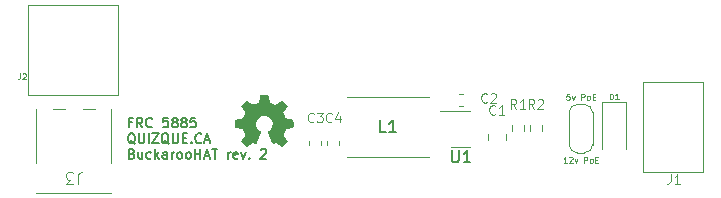
<source format=gbr>
%TF.GenerationSoftware,KiCad,Pcbnew,7.0.1*%
%TF.CreationDate,2023-04-12T12:59:01-04:00*%
%TF.ProjectId,BuckarooHAT,4275636b-6172-46f6-9f48-41542e6b6963,rev?*%
%TF.SameCoordinates,Original*%
%TF.FileFunction,Legend,Top*%
%TF.FilePolarity,Positive*%
%FSLAX46Y46*%
G04 Gerber Fmt 4.6, Leading zero omitted, Abs format (unit mm)*
G04 Created by KiCad (PCBNEW 7.0.1) date 2023-04-12 12:59:01*
%MOMM*%
%LPD*%
G01*
G04 APERTURE LIST*
%ADD10C,0.152400*%
%ADD11C,0.100000*%
%ADD12C,0.150000*%
%ADD13C,0.125000*%
%ADD14C,0.120000*%
G04 APERTURE END LIST*
D10*
X113494457Y-80534304D02*
X113223523Y-80534304D01*
X113223523Y-80960056D02*
X113223523Y-80147256D01*
X113223523Y-80147256D02*
X113610571Y-80147256D01*
X114384666Y-80960056D02*
X114113733Y-80573009D01*
X113920209Y-80960056D02*
X113920209Y-80147256D01*
X113920209Y-80147256D02*
X114229847Y-80147256D01*
X114229847Y-80147256D02*
X114307257Y-80185961D01*
X114307257Y-80185961D02*
X114345962Y-80224666D01*
X114345962Y-80224666D02*
X114384666Y-80302075D01*
X114384666Y-80302075D02*
X114384666Y-80418190D01*
X114384666Y-80418190D02*
X114345962Y-80495599D01*
X114345962Y-80495599D02*
X114307257Y-80534304D01*
X114307257Y-80534304D02*
X114229847Y-80573009D01*
X114229847Y-80573009D02*
X113920209Y-80573009D01*
X115197466Y-80882647D02*
X115158762Y-80921352D01*
X115158762Y-80921352D02*
X115042647Y-80960056D01*
X115042647Y-80960056D02*
X114965238Y-80960056D01*
X114965238Y-80960056D02*
X114849124Y-80921352D01*
X114849124Y-80921352D02*
X114771714Y-80843942D01*
X114771714Y-80843942D02*
X114733009Y-80766532D01*
X114733009Y-80766532D02*
X114694305Y-80611713D01*
X114694305Y-80611713D02*
X114694305Y-80495599D01*
X114694305Y-80495599D02*
X114733009Y-80340780D01*
X114733009Y-80340780D02*
X114771714Y-80263371D01*
X114771714Y-80263371D02*
X114849124Y-80185961D01*
X114849124Y-80185961D02*
X114965238Y-80147256D01*
X114965238Y-80147256D02*
X115042647Y-80147256D01*
X115042647Y-80147256D02*
X115158762Y-80185961D01*
X115158762Y-80185961D02*
X115197466Y-80224666D01*
X116552133Y-80147256D02*
X116165085Y-80147256D01*
X116165085Y-80147256D02*
X116126381Y-80534304D01*
X116126381Y-80534304D02*
X116165085Y-80495599D01*
X116165085Y-80495599D02*
X116242495Y-80456894D01*
X116242495Y-80456894D02*
X116436019Y-80456894D01*
X116436019Y-80456894D02*
X116513428Y-80495599D01*
X116513428Y-80495599D02*
X116552133Y-80534304D01*
X116552133Y-80534304D02*
X116590838Y-80611713D01*
X116590838Y-80611713D02*
X116590838Y-80805237D01*
X116590838Y-80805237D02*
X116552133Y-80882647D01*
X116552133Y-80882647D02*
X116513428Y-80921352D01*
X116513428Y-80921352D02*
X116436019Y-80960056D01*
X116436019Y-80960056D02*
X116242495Y-80960056D01*
X116242495Y-80960056D02*
X116165085Y-80921352D01*
X116165085Y-80921352D02*
X116126381Y-80882647D01*
X117055295Y-80495599D02*
X116977885Y-80456894D01*
X116977885Y-80456894D02*
X116939180Y-80418190D01*
X116939180Y-80418190D02*
X116900476Y-80340780D01*
X116900476Y-80340780D02*
X116900476Y-80302075D01*
X116900476Y-80302075D02*
X116939180Y-80224666D01*
X116939180Y-80224666D02*
X116977885Y-80185961D01*
X116977885Y-80185961D02*
X117055295Y-80147256D01*
X117055295Y-80147256D02*
X117210114Y-80147256D01*
X117210114Y-80147256D02*
X117287523Y-80185961D01*
X117287523Y-80185961D02*
X117326228Y-80224666D01*
X117326228Y-80224666D02*
X117364933Y-80302075D01*
X117364933Y-80302075D02*
X117364933Y-80340780D01*
X117364933Y-80340780D02*
X117326228Y-80418190D01*
X117326228Y-80418190D02*
X117287523Y-80456894D01*
X117287523Y-80456894D02*
X117210114Y-80495599D01*
X117210114Y-80495599D02*
X117055295Y-80495599D01*
X117055295Y-80495599D02*
X116977885Y-80534304D01*
X116977885Y-80534304D02*
X116939180Y-80573009D01*
X116939180Y-80573009D02*
X116900476Y-80650418D01*
X116900476Y-80650418D02*
X116900476Y-80805237D01*
X116900476Y-80805237D02*
X116939180Y-80882647D01*
X116939180Y-80882647D02*
X116977885Y-80921352D01*
X116977885Y-80921352D02*
X117055295Y-80960056D01*
X117055295Y-80960056D02*
X117210114Y-80960056D01*
X117210114Y-80960056D02*
X117287523Y-80921352D01*
X117287523Y-80921352D02*
X117326228Y-80882647D01*
X117326228Y-80882647D02*
X117364933Y-80805237D01*
X117364933Y-80805237D02*
X117364933Y-80650418D01*
X117364933Y-80650418D02*
X117326228Y-80573009D01*
X117326228Y-80573009D02*
X117287523Y-80534304D01*
X117287523Y-80534304D02*
X117210114Y-80495599D01*
X117829390Y-80495599D02*
X117751980Y-80456894D01*
X117751980Y-80456894D02*
X117713275Y-80418190D01*
X117713275Y-80418190D02*
X117674571Y-80340780D01*
X117674571Y-80340780D02*
X117674571Y-80302075D01*
X117674571Y-80302075D02*
X117713275Y-80224666D01*
X117713275Y-80224666D02*
X117751980Y-80185961D01*
X117751980Y-80185961D02*
X117829390Y-80147256D01*
X117829390Y-80147256D02*
X117984209Y-80147256D01*
X117984209Y-80147256D02*
X118061618Y-80185961D01*
X118061618Y-80185961D02*
X118100323Y-80224666D01*
X118100323Y-80224666D02*
X118139028Y-80302075D01*
X118139028Y-80302075D02*
X118139028Y-80340780D01*
X118139028Y-80340780D02*
X118100323Y-80418190D01*
X118100323Y-80418190D02*
X118061618Y-80456894D01*
X118061618Y-80456894D02*
X117984209Y-80495599D01*
X117984209Y-80495599D02*
X117829390Y-80495599D01*
X117829390Y-80495599D02*
X117751980Y-80534304D01*
X117751980Y-80534304D02*
X117713275Y-80573009D01*
X117713275Y-80573009D02*
X117674571Y-80650418D01*
X117674571Y-80650418D02*
X117674571Y-80805237D01*
X117674571Y-80805237D02*
X117713275Y-80882647D01*
X117713275Y-80882647D02*
X117751980Y-80921352D01*
X117751980Y-80921352D02*
X117829390Y-80960056D01*
X117829390Y-80960056D02*
X117984209Y-80960056D01*
X117984209Y-80960056D02*
X118061618Y-80921352D01*
X118061618Y-80921352D02*
X118100323Y-80882647D01*
X118100323Y-80882647D02*
X118139028Y-80805237D01*
X118139028Y-80805237D02*
X118139028Y-80650418D01*
X118139028Y-80650418D02*
X118100323Y-80573009D01*
X118100323Y-80573009D02*
X118061618Y-80534304D01*
X118061618Y-80534304D02*
X117984209Y-80495599D01*
X118874418Y-80147256D02*
X118487370Y-80147256D01*
X118487370Y-80147256D02*
X118448666Y-80534304D01*
X118448666Y-80534304D02*
X118487370Y-80495599D01*
X118487370Y-80495599D02*
X118564780Y-80456894D01*
X118564780Y-80456894D02*
X118758304Y-80456894D01*
X118758304Y-80456894D02*
X118835713Y-80495599D01*
X118835713Y-80495599D02*
X118874418Y-80534304D01*
X118874418Y-80534304D02*
X118913123Y-80611713D01*
X118913123Y-80611713D02*
X118913123Y-80805237D01*
X118913123Y-80805237D02*
X118874418Y-80882647D01*
X118874418Y-80882647D02*
X118835713Y-80921352D01*
X118835713Y-80921352D02*
X118758304Y-80960056D01*
X118758304Y-80960056D02*
X118564780Y-80960056D01*
X118564780Y-80960056D02*
X118487370Y-80921352D01*
X118487370Y-80921352D02*
X118448666Y-80882647D01*
X113765390Y-82354202D02*
X113687980Y-82315497D01*
X113687980Y-82315497D02*
X113610571Y-82238088D01*
X113610571Y-82238088D02*
X113494457Y-82121973D01*
X113494457Y-82121973D02*
X113417047Y-82083268D01*
X113417047Y-82083268D02*
X113339638Y-82083268D01*
X113378342Y-82276792D02*
X113300933Y-82238088D01*
X113300933Y-82238088D02*
X113223523Y-82160678D01*
X113223523Y-82160678D02*
X113184819Y-82005859D01*
X113184819Y-82005859D02*
X113184819Y-81734926D01*
X113184819Y-81734926D02*
X113223523Y-81580107D01*
X113223523Y-81580107D02*
X113300933Y-81502697D01*
X113300933Y-81502697D02*
X113378342Y-81463992D01*
X113378342Y-81463992D02*
X113533161Y-81463992D01*
X113533161Y-81463992D02*
X113610571Y-81502697D01*
X113610571Y-81502697D02*
X113687980Y-81580107D01*
X113687980Y-81580107D02*
X113726685Y-81734926D01*
X113726685Y-81734926D02*
X113726685Y-82005859D01*
X113726685Y-82005859D02*
X113687980Y-82160678D01*
X113687980Y-82160678D02*
X113610571Y-82238088D01*
X113610571Y-82238088D02*
X113533161Y-82276792D01*
X113533161Y-82276792D02*
X113378342Y-82276792D01*
X114075028Y-81463992D02*
X114075028Y-82121973D01*
X114075028Y-82121973D02*
X114113733Y-82199383D01*
X114113733Y-82199383D02*
X114152438Y-82238088D01*
X114152438Y-82238088D02*
X114229847Y-82276792D01*
X114229847Y-82276792D02*
X114384666Y-82276792D01*
X114384666Y-82276792D02*
X114462076Y-82238088D01*
X114462076Y-82238088D02*
X114500781Y-82199383D01*
X114500781Y-82199383D02*
X114539485Y-82121973D01*
X114539485Y-82121973D02*
X114539485Y-81463992D01*
X114926533Y-82276792D02*
X114926533Y-81463992D01*
X115236172Y-81463992D02*
X115778038Y-81463992D01*
X115778038Y-81463992D02*
X115236172Y-82276792D01*
X115236172Y-82276792D02*
X115778038Y-82276792D01*
X116629543Y-82354202D02*
X116552133Y-82315497D01*
X116552133Y-82315497D02*
X116474724Y-82238088D01*
X116474724Y-82238088D02*
X116358610Y-82121973D01*
X116358610Y-82121973D02*
X116281200Y-82083268D01*
X116281200Y-82083268D02*
X116203791Y-82083268D01*
X116242495Y-82276792D02*
X116165086Y-82238088D01*
X116165086Y-82238088D02*
X116087676Y-82160678D01*
X116087676Y-82160678D02*
X116048972Y-82005859D01*
X116048972Y-82005859D02*
X116048972Y-81734926D01*
X116048972Y-81734926D02*
X116087676Y-81580107D01*
X116087676Y-81580107D02*
X116165086Y-81502697D01*
X116165086Y-81502697D02*
X116242495Y-81463992D01*
X116242495Y-81463992D02*
X116397314Y-81463992D01*
X116397314Y-81463992D02*
X116474724Y-81502697D01*
X116474724Y-81502697D02*
X116552133Y-81580107D01*
X116552133Y-81580107D02*
X116590838Y-81734926D01*
X116590838Y-81734926D02*
X116590838Y-82005859D01*
X116590838Y-82005859D02*
X116552133Y-82160678D01*
X116552133Y-82160678D02*
X116474724Y-82238088D01*
X116474724Y-82238088D02*
X116397314Y-82276792D01*
X116397314Y-82276792D02*
X116242495Y-82276792D01*
X116939181Y-81463992D02*
X116939181Y-82121973D01*
X116939181Y-82121973D02*
X116977886Y-82199383D01*
X116977886Y-82199383D02*
X117016591Y-82238088D01*
X117016591Y-82238088D02*
X117094000Y-82276792D01*
X117094000Y-82276792D02*
X117248819Y-82276792D01*
X117248819Y-82276792D02*
X117326229Y-82238088D01*
X117326229Y-82238088D02*
X117364934Y-82199383D01*
X117364934Y-82199383D02*
X117403638Y-82121973D01*
X117403638Y-82121973D02*
X117403638Y-81463992D01*
X117790686Y-81851040D02*
X118061620Y-81851040D01*
X118177734Y-82276792D02*
X117790686Y-82276792D01*
X117790686Y-82276792D02*
X117790686Y-81463992D01*
X117790686Y-81463992D02*
X118177734Y-81463992D01*
X118526076Y-82199383D02*
X118564781Y-82238088D01*
X118564781Y-82238088D02*
X118526076Y-82276792D01*
X118526076Y-82276792D02*
X118487372Y-82238088D01*
X118487372Y-82238088D02*
X118526076Y-82199383D01*
X118526076Y-82199383D02*
X118526076Y-82276792D01*
X119377581Y-82199383D02*
X119338877Y-82238088D01*
X119338877Y-82238088D02*
X119222762Y-82276792D01*
X119222762Y-82276792D02*
X119145353Y-82276792D01*
X119145353Y-82276792D02*
X119029239Y-82238088D01*
X119029239Y-82238088D02*
X118951829Y-82160678D01*
X118951829Y-82160678D02*
X118913124Y-82083268D01*
X118913124Y-82083268D02*
X118874420Y-81928449D01*
X118874420Y-81928449D02*
X118874420Y-81812335D01*
X118874420Y-81812335D02*
X118913124Y-81657516D01*
X118913124Y-81657516D02*
X118951829Y-81580107D01*
X118951829Y-81580107D02*
X119029239Y-81502697D01*
X119029239Y-81502697D02*
X119145353Y-81463992D01*
X119145353Y-81463992D02*
X119222762Y-81463992D01*
X119222762Y-81463992D02*
X119338877Y-81502697D01*
X119338877Y-81502697D02*
X119377581Y-81541402D01*
X119687220Y-82044564D02*
X120074267Y-82044564D01*
X119609810Y-82276792D02*
X119880743Y-81463992D01*
X119880743Y-81463992D02*
X120151677Y-82276792D01*
X113494457Y-83167776D02*
X113610571Y-83206481D01*
X113610571Y-83206481D02*
X113649276Y-83245185D01*
X113649276Y-83245185D02*
X113687980Y-83322595D01*
X113687980Y-83322595D02*
X113687980Y-83438709D01*
X113687980Y-83438709D02*
X113649276Y-83516119D01*
X113649276Y-83516119D02*
X113610571Y-83554824D01*
X113610571Y-83554824D02*
X113533161Y-83593528D01*
X113533161Y-83593528D02*
X113223523Y-83593528D01*
X113223523Y-83593528D02*
X113223523Y-82780728D01*
X113223523Y-82780728D02*
X113494457Y-82780728D01*
X113494457Y-82780728D02*
X113571866Y-82819433D01*
X113571866Y-82819433D02*
X113610571Y-82858138D01*
X113610571Y-82858138D02*
X113649276Y-82935547D01*
X113649276Y-82935547D02*
X113649276Y-83012957D01*
X113649276Y-83012957D02*
X113610571Y-83090366D01*
X113610571Y-83090366D02*
X113571866Y-83129071D01*
X113571866Y-83129071D02*
X113494457Y-83167776D01*
X113494457Y-83167776D02*
X113223523Y-83167776D01*
X114384666Y-83051662D02*
X114384666Y-83593528D01*
X114036323Y-83051662D02*
X114036323Y-83477414D01*
X114036323Y-83477414D02*
X114075028Y-83554824D01*
X114075028Y-83554824D02*
X114152438Y-83593528D01*
X114152438Y-83593528D02*
X114268552Y-83593528D01*
X114268552Y-83593528D02*
X114345961Y-83554824D01*
X114345961Y-83554824D02*
X114384666Y-83516119D01*
X115120056Y-83554824D02*
X115042647Y-83593528D01*
X115042647Y-83593528D02*
X114887828Y-83593528D01*
X114887828Y-83593528D02*
X114810418Y-83554824D01*
X114810418Y-83554824D02*
X114771713Y-83516119D01*
X114771713Y-83516119D02*
X114733009Y-83438709D01*
X114733009Y-83438709D02*
X114733009Y-83206481D01*
X114733009Y-83206481D02*
X114771713Y-83129071D01*
X114771713Y-83129071D02*
X114810418Y-83090366D01*
X114810418Y-83090366D02*
X114887828Y-83051662D01*
X114887828Y-83051662D02*
X115042647Y-83051662D01*
X115042647Y-83051662D02*
X115120056Y-83090366D01*
X115468399Y-83593528D02*
X115468399Y-82780728D01*
X115545809Y-83283890D02*
X115778037Y-83593528D01*
X115778037Y-83051662D02*
X115468399Y-83361300D01*
X116474723Y-83593528D02*
X116474723Y-83167776D01*
X116474723Y-83167776D02*
X116436018Y-83090366D01*
X116436018Y-83090366D02*
X116358609Y-83051662D01*
X116358609Y-83051662D02*
X116203790Y-83051662D01*
X116203790Y-83051662D02*
X116126380Y-83090366D01*
X116474723Y-83554824D02*
X116397314Y-83593528D01*
X116397314Y-83593528D02*
X116203790Y-83593528D01*
X116203790Y-83593528D02*
X116126380Y-83554824D01*
X116126380Y-83554824D02*
X116087676Y-83477414D01*
X116087676Y-83477414D02*
X116087676Y-83400004D01*
X116087676Y-83400004D02*
X116126380Y-83322595D01*
X116126380Y-83322595D02*
X116203790Y-83283890D01*
X116203790Y-83283890D02*
X116397314Y-83283890D01*
X116397314Y-83283890D02*
X116474723Y-83245185D01*
X116861770Y-83593528D02*
X116861770Y-83051662D01*
X116861770Y-83206481D02*
X116900475Y-83129071D01*
X116900475Y-83129071D02*
X116939180Y-83090366D01*
X116939180Y-83090366D02*
X117016589Y-83051662D01*
X117016589Y-83051662D02*
X117093999Y-83051662D01*
X117481047Y-83593528D02*
X117403637Y-83554824D01*
X117403637Y-83554824D02*
X117364932Y-83516119D01*
X117364932Y-83516119D02*
X117326228Y-83438709D01*
X117326228Y-83438709D02*
X117326228Y-83206481D01*
X117326228Y-83206481D02*
X117364932Y-83129071D01*
X117364932Y-83129071D02*
X117403637Y-83090366D01*
X117403637Y-83090366D02*
X117481047Y-83051662D01*
X117481047Y-83051662D02*
X117597161Y-83051662D01*
X117597161Y-83051662D02*
X117674570Y-83090366D01*
X117674570Y-83090366D02*
X117713275Y-83129071D01*
X117713275Y-83129071D02*
X117751980Y-83206481D01*
X117751980Y-83206481D02*
X117751980Y-83438709D01*
X117751980Y-83438709D02*
X117713275Y-83516119D01*
X117713275Y-83516119D02*
X117674570Y-83554824D01*
X117674570Y-83554824D02*
X117597161Y-83593528D01*
X117597161Y-83593528D02*
X117481047Y-83593528D01*
X118216437Y-83593528D02*
X118139027Y-83554824D01*
X118139027Y-83554824D02*
X118100322Y-83516119D01*
X118100322Y-83516119D02*
X118061618Y-83438709D01*
X118061618Y-83438709D02*
X118061618Y-83206481D01*
X118061618Y-83206481D02*
X118100322Y-83129071D01*
X118100322Y-83129071D02*
X118139027Y-83090366D01*
X118139027Y-83090366D02*
X118216437Y-83051662D01*
X118216437Y-83051662D02*
X118332551Y-83051662D01*
X118332551Y-83051662D02*
X118409960Y-83090366D01*
X118409960Y-83090366D02*
X118448665Y-83129071D01*
X118448665Y-83129071D02*
X118487370Y-83206481D01*
X118487370Y-83206481D02*
X118487370Y-83438709D01*
X118487370Y-83438709D02*
X118448665Y-83516119D01*
X118448665Y-83516119D02*
X118409960Y-83554824D01*
X118409960Y-83554824D02*
X118332551Y-83593528D01*
X118332551Y-83593528D02*
X118216437Y-83593528D01*
X118835712Y-83593528D02*
X118835712Y-82780728D01*
X118835712Y-83167776D02*
X119300169Y-83167776D01*
X119300169Y-83593528D02*
X119300169Y-82780728D01*
X119648513Y-83361300D02*
X120035560Y-83361300D01*
X119571103Y-83593528D02*
X119842036Y-82780728D01*
X119842036Y-82780728D02*
X120112970Y-83593528D01*
X120267789Y-82780728D02*
X120732246Y-82780728D01*
X120500018Y-83593528D02*
X120500018Y-82780728D01*
X121622455Y-83593528D02*
X121622455Y-83051662D01*
X121622455Y-83206481D02*
X121661160Y-83129071D01*
X121661160Y-83129071D02*
X121699865Y-83090366D01*
X121699865Y-83090366D02*
X121777274Y-83051662D01*
X121777274Y-83051662D02*
X121854684Y-83051662D01*
X122435255Y-83554824D02*
X122357846Y-83593528D01*
X122357846Y-83593528D02*
X122203027Y-83593528D01*
X122203027Y-83593528D02*
X122125617Y-83554824D01*
X122125617Y-83554824D02*
X122086913Y-83477414D01*
X122086913Y-83477414D02*
X122086913Y-83167776D01*
X122086913Y-83167776D02*
X122125617Y-83090366D01*
X122125617Y-83090366D02*
X122203027Y-83051662D01*
X122203027Y-83051662D02*
X122357846Y-83051662D01*
X122357846Y-83051662D02*
X122435255Y-83090366D01*
X122435255Y-83090366D02*
X122473960Y-83167776D01*
X122473960Y-83167776D02*
X122473960Y-83245185D01*
X122473960Y-83245185D02*
X122086913Y-83322595D01*
X122744894Y-83051662D02*
X122938418Y-83593528D01*
X122938418Y-83593528D02*
X123131941Y-83051662D01*
X123441579Y-83516119D02*
X123480284Y-83554824D01*
X123480284Y-83554824D02*
X123441579Y-83593528D01*
X123441579Y-83593528D02*
X123402875Y-83554824D01*
X123402875Y-83554824D02*
X123441579Y-83516119D01*
X123441579Y-83516119D02*
X123441579Y-83593528D01*
X124409199Y-82858138D02*
X124447903Y-82819433D01*
X124447903Y-82819433D02*
X124525313Y-82780728D01*
X124525313Y-82780728D02*
X124718837Y-82780728D01*
X124718837Y-82780728D02*
X124796246Y-82819433D01*
X124796246Y-82819433D02*
X124834951Y-82858138D01*
X124834951Y-82858138D02*
X124873656Y-82935547D01*
X124873656Y-82935547D02*
X124873656Y-83012957D01*
X124873656Y-83012957D02*
X124834951Y-83129071D01*
X124834951Y-83129071D02*
X124370494Y-83593528D01*
X124370494Y-83593528D02*
X124873656Y-83593528D01*
D11*
%TO.C,J1*%
X159118333Y-84914095D02*
X159118333Y-85485523D01*
X159118333Y-85485523D02*
X159080238Y-85599809D01*
X159080238Y-85599809D02*
X159004047Y-85676000D01*
X159004047Y-85676000D02*
X158889762Y-85714095D01*
X158889762Y-85714095D02*
X158813571Y-85714095D01*
X159918333Y-85714095D02*
X159461190Y-85714095D01*
X159689762Y-85714095D02*
X159689762Y-84914095D01*
X159689762Y-84914095D02*
X159613571Y-85028380D01*
X159613571Y-85028380D02*
X159537381Y-85104571D01*
X159537381Y-85104571D02*
X159461190Y-85142666D01*
%TO.C,J2*%
X104024133Y-76388509D02*
X104024133Y-76745652D01*
X104024133Y-76745652D02*
X104000324Y-76817080D01*
X104000324Y-76817080D02*
X103952705Y-76864700D01*
X103952705Y-76864700D02*
X103881276Y-76888509D01*
X103881276Y-76888509D02*
X103833657Y-76888509D01*
X104238419Y-76436128D02*
X104262228Y-76412319D01*
X104262228Y-76412319D02*
X104309847Y-76388509D01*
X104309847Y-76388509D02*
X104428895Y-76388509D01*
X104428895Y-76388509D02*
X104476514Y-76412319D01*
X104476514Y-76412319D02*
X104500323Y-76436128D01*
X104500323Y-76436128D02*
X104524133Y-76483747D01*
X104524133Y-76483747D02*
X104524133Y-76531366D01*
X104524133Y-76531366D02*
X104500323Y-76602795D01*
X104500323Y-76602795D02*
X104214609Y-76888509D01*
X104214609Y-76888509D02*
X104524133Y-76888509D01*
D12*
%TO.C,U1*%
X140589095Y-82901619D02*
X140589095Y-83711142D01*
X140589095Y-83711142D02*
X140636714Y-83806380D01*
X140636714Y-83806380D02*
X140684333Y-83854000D01*
X140684333Y-83854000D02*
X140779571Y-83901619D01*
X140779571Y-83901619D02*
X140970047Y-83901619D01*
X140970047Y-83901619D02*
X141065285Y-83854000D01*
X141065285Y-83854000D02*
X141112904Y-83806380D01*
X141112904Y-83806380D02*
X141160523Y-83711142D01*
X141160523Y-83711142D02*
X141160523Y-82901619D01*
X142160523Y-83901619D02*
X141589095Y-83901619D01*
X141874809Y-83901619D02*
X141874809Y-82901619D01*
X141874809Y-82901619D02*
X141779571Y-83044476D01*
X141779571Y-83044476D02*
X141684333Y-83139714D01*
X141684333Y-83139714D02*
X141589095Y-83187333D01*
D13*
%TO.C,C4*%
X130422667Y-80430904D02*
X130384571Y-80469000D01*
X130384571Y-80469000D02*
X130270286Y-80507095D01*
X130270286Y-80507095D02*
X130194095Y-80507095D01*
X130194095Y-80507095D02*
X130079809Y-80469000D01*
X130079809Y-80469000D02*
X130003619Y-80392809D01*
X130003619Y-80392809D02*
X129965524Y-80316619D01*
X129965524Y-80316619D02*
X129927428Y-80164238D01*
X129927428Y-80164238D02*
X129927428Y-80049952D01*
X129927428Y-80049952D02*
X129965524Y-79897571D01*
X129965524Y-79897571D02*
X130003619Y-79821380D01*
X130003619Y-79821380D02*
X130079809Y-79745190D01*
X130079809Y-79745190D02*
X130194095Y-79707095D01*
X130194095Y-79707095D02*
X130270286Y-79707095D01*
X130270286Y-79707095D02*
X130384571Y-79745190D01*
X130384571Y-79745190D02*
X130422667Y-79783285D01*
X131108381Y-79973761D02*
X131108381Y-80507095D01*
X130917905Y-79669000D02*
X130727428Y-80240428D01*
X130727428Y-80240428D02*
X131222667Y-80240428D01*
%TO.C,C1*%
X144265667Y-79795904D02*
X144227571Y-79834000D01*
X144227571Y-79834000D02*
X144113286Y-79872095D01*
X144113286Y-79872095D02*
X144037095Y-79872095D01*
X144037095Y-79872095D02*
X143922809Y-79834000D01*
X143922809Y-79834000D02*
X143846619Y-79757809D01*
X143846619Y-79757809D02*
X143808524Y-79681619D01*
X143808524Y-79681619D02*
X143770428Y-79529238D01*
X143770428Y-79529238D02*
X143770428Y-79414952D01*
X143770428Y-79414952D02*
X143808524Y-79262571D01*
X143808524Y-79262571D02*
X143846619Y-79186380D01*
X143846619Y-79186380D02*
X143922809Y-79110190D01*
X143922809Y-79110190D02*
X144037095Y-79072095D01*
X144037095Y-79072095D02*
X144113286Y-79072095D01*
X144113286Y-79072095D02*
X144227571Y-79110190D01*
X144227571Y-79110190D02*
X144265667Y-79148285D01*
X145027571Y-79872095D02*
X144570428Y-79872095D01*
X144799000Y-79872095D02*
X144799000Y-79072095D01*
X144799000Y-79072095D02*
X144722809Y-79186380D01*
X144722809Y-79186380D02*
X144646619Y-79262571D01*
X144646619Y-79262571D02*
X144570428Y-79300666D01*
%TO.C,R1*%
X146043667Y-79364095D02*
X145777000Y-78983142D01*
X145586524Y-79364095D02*
X145586524Y-78564095D01*
X145586524Y-78564095D02*
X145891286Y-78564095D01*
X145891286Y-78564095D02*
X145967476Y-78602190D01*
X145967476Y-78602190D02*
X146005571Y-78640285D01*
X146005571Y-78640285D02*
X146043667Y-78716476D01*
X146043667Y-78716476D02*
X146043667Y-78830761D01*
X146043667Y-78830761D02*
X146005571Y-78906952D01*
X146005571Y-78906952D02*
X145967476Y-78945047D01*
X145967476Y-78945047D02*
X145891286Y-78983142D01*
X145891286Y-78983142D02*
X145586524Y-78983142D01*
X146805571Y-79364095D02*
X146348428Y-79364095D01*
X146577000Y-79364095D02*
X146577000Y-78564095D01*
X146577000Y-78564095D02*
X146500809Y-78678380D01*
X146500809Y-78678380D02*
X146424619Y-78754571D01*
X146424619Y-78754571D02*
X146348428Y-78792666D01*
%TO.C,C3*%
X128898667Y-80430904D02*
X128860571Y-80469000D01*
X128860571Y-80469000D02*
X128746286Y-80507095D01*
X128746286Y-80507095D02*
X128670095Y-80507095D01*
X128670095Y-80507095D02*
X128555809Y-80469000D01*
X128555809Y-80469000D02*
X128479619Y-80392809D01*
X128479619Y-80392809D02*
X128441524Y-80316619D01*
X128441524Y-80316619D02*
X128403428Y-80164238D01*
X128403428Y-80164238D02*
X128403428Y-80049952D01*
X128403428Y-80049952D02*
X128441524Y-79897571D01*
X128441524Y-79897571D02*
X128479619Y-79821380D01*
X128479619Y-79821380D02*
X128555809Y-79745190D01*
X128555809Y-79745190D02*
X128670095Y-79707095D01*
X128670095Y-79707095D02*
X128746286Y-79707095D01*
X128746286Y-79707095D02*
X128860571Y-79745190D01*
X128860571Y-79745190D02*
X128898667Y-79783285D01*
X129165333Y-79707095D02*
X129660571Y-79707095D01*
X129660571Y-79707095D02*
X129393905Y-80011857D01*
X129393905Y-80011857D02*
X129508190Y-80011857D01*
X129508190Y-80011857D02*
X129584381Y-80049952D01*
X129584381Y-80049952D02*
X129622476Y-80088047D01*
X129622476Y-80088047D02*
X129660571Y-80164238D01*
X129660571Y-80164238D02*
X129660571Y-80354714D01*
X129660571Y-80354714D02*
X129622476Y-80430904D01*
X129622476Y-80430904D02*
X129584381Y-80469000D01*
X129584381Y-80469000D02*
X129508190Y-80507095D01*
X129508190Y-80507095D02*
X129279619Y-80507095D01*
X129279619Y-80507095D02*
X129203428Y-80469000D01*
X129203428Y-80469000D02*
X129165333Y-80430904D01*
D12*
%TO.C,L1*%
X134997333Y-81361619D02*
X134521143Y-81361619D01*
X134521143Y-81361619D02*
X134521143Y-80361619D01*
X135854476Y-81361619D02*
X135283048Y-81361619D01*
X135568762Y-81361619D02*
X135568762Y-80361619D01*
X135568762Y-80361619D02*
X135473524Y-80504476D01*
X135473524Y-80504476D02*
X135378286Y-80599714D01*
X135378286Y-80599714D02*
X135283048Y-80647333D01*
D13*
%TO.C,R2*%
X147567667Y-79364095D02*
X147301000Y-78983142D01*
X147110524Y-79364095D02*
X147110524Y-78564095D01*
X147110524Y-78564095D02*
X147415286Y-78564095D01*
X147415286Y-78564095D02*
X147491476Y-78602190D01*
X147491476Y-78602190D02*
X147529571Y-78640285D01*
X147529571Y-78640285D02*
X147567667Y-78716476D01*
X147567667Y-78716476D02*
X147567667Y-78830761D01*
X147567667Y-78830761D02*
X147529571Y-78906952D01*
X147529571Y-78906952D02*
X147491476Y-78945047D01*
X147491476Y-78945047D02*
X147415286Y-78983142D01*
X147415286Y-78983142D02*
X147110524Y-78983142D01*
X147872428Y-78640285D02*
X147910524Y-78602190D01*
X147910524Y-78602190D02*
X147986714Y-78564095D01*
X147986714Y-78564095D02*
X148177190Y-78564095D01*
X148177190Y-78564095D02*
X148253381Y-78602190D01*
X148253381Y-78602190D02*
X148291476Y-78640285D01*
X148291476Y-78640285D02*
X148329571Y-78716476D01*
X148329571Y-78716476D02*
X148329571Y-78792666D01*
X148329571Y-78792666D02*
X148291476Y-78906952D01*
X148291476Y-78906952D02*
X147834333Y-79364095D01*
X147834333Y-79364095D02*
X148329571Y-79364095D01*
D11*
%TO.C,J3*%
X108918333Y-85754380D02*
X108918333Y-85040095D01*
X108918333Y-85040095D02*
X108965952Y-84897238D01*
X108965952Y-84897238D02*
X109061190Y-84802000D01*
X109061190Y-84802000D02*
X109204047Y-84754380D01*
X109204047Y-84754380D02*
X109299285Y-84754380D01*
X108537380Y-85754380D02*
X107918333Y-85754380D01*
X107918333Y-85754380D02*
X108251666Y-85373428D01*
X108251666Y-85373428D02*
X108108809Y-85373428D01*
X108108809Y-85373428D02*
X108013571Y-85325809D01*
X108013571Y-85325809D02*
X107965952Y-85278190D01*
X107965952Y-85278190D02*
X107918333Y-85182952D01*
X107918333Y-85182952D02*
X107918333Y-84944857D01*
X107918333Y-84944857D02*
X107965952Y-84849619D01*
X107965952Y-84849619D02*
X108013571Y-84802000D01*
X108013571Y-84802000D02*
X108108809Y-84754380D01*
X108108809Y-84754380D02*
X108394523Y-84754380D01*
X108394523Y-84754380D02*
X108489761Y-84802000D01*
X108489761Y-84802000D02*
X108537380Y-84849619D01*
D13*
%TO.C,C2*%
X143579867Y-78779904D02*
X143541771Y-78818000D01*
X143541771Y-78818000D02*
X143427486Y-78856095D01*
X143427486Y-78856095D02*
X143351295Y-78856095D01*
X143351295Y-78856095D02*
X143237009Y-78818000D01*
X143237009Y-78818000D02*
X143160819Y-78741809D01*
X143160819Y-78741809D02*
X143122724Y-78665619D01*
X143122724Y-78665619D02*
X143084628Y-78513238D01*
X143084628Y-78513238D02*
X143084628Y-78398952D01*
X143084628Y-78398952D02*
X143122724Y-78246571D01*
X143122724Y-78246571D02*
X143160819Y-78170380D01*
X143160819Y-78170380D02*
X143237009Y-78094190D01*
X143237009Y-78094190D02*
X143351295Y-78056095D01*
X143351295Y-78056095D02*
X143427486Y-78056095D01*
X143427486Y-78056095D02*
X143541771Y-78094190D01*
X143541771Y-78094190D02*
X143579867Y-78132285D01*
X143884628Y-78132285D02*
X143922724Y-78094190D01*
X143922724Y-78094190D02*
X143998914Y-78056095D01*
X143998914Y-78056095D02*
X144189390Y-78056095D01*
X144189390Y-78056095D02*
X144265581Y-78094190D01*
X144265581Y-78094190D02*
X144303676Y-78132285D01*
X144303676Y-78132285D02*
X144341771Y-78208476D01*
X144341771Y-78208476D02*
X144341771Y-78284666D01*
X144341771Y-78284666D02*
X144303676Y-78398952D01*
X144303676Y-78398952D02*
X143846533Y-78856095D01*
X143846533Y-78856095D02*
X144341771Y-78856095D01*
D11*
%TO.C,D1*%
X153935952Y-78590309D02*
X153935952Y-78090309D01*
X153935952Y-78090309D02*
X154055000Y-78090309D01*
X154055000Y-78090309D02*
X154126428Y-78114119D01*
X154126428Y-78114119D02*
X154174047Y-78161738D01*
X154174047Y-78161738D02*
X154197857Y-78209357D01*
X154197857Y-78209357D02*
X154221666Y-78304595D01*
X154221666Y-78304595D02*
X154221666Y-78376023D01*
X154221666Y-78376023D02*
X154197857Y-78471261D01*
X154197857Y-78471261D02*
X154174047Y-78518880D01*
X154174047Y-78518880D02*
X154126428Y-78566500D01*
X154126428Y-78566500D02*
X154055000Y-78590309D01*
X154055000Y-78590309D02*
X153935952Y-78590309D01*
X154697857Y-78590309D02*
X154412143Y-78590309D01*
X154555000Y-78590309D02*
X154555000Y-78090309D01*
X154555000Y-78090309D02*
X154507381Y-78161738D01*
X154507381Y-78161738D02*
X154459762Y-78209357D01*
X154459762Y-78209357D02*
X154412143Y-78233166D01*
D13*
%TO.C,JP1*%
X150332429Y-83954309D02*
X150046715Y-83954309D01*
X150189572Y-83954309D02*
X150189572Y-83454309D01*
X150189572Y-83454309D02*
X150141953Y-83525738D01*
X150141953Y-83525738D02*
X150094334Y-83573357D01*
X150094334Y-83573357D02*
X150046715Y-83597166D01*
X150522905Y-83501928D02*
X150546714Y-83478119D01*
X150546714Y-83478119D02*
X150594333Y-83454309D01*
X150594333Y-83454309D02*
X150713381Y-83454309D01*
X150713381Y-83454309D02*
X150761000Y-83478119D01*
X150761000Y-83478119D02*
X150784809Y-83501928D01*
X150784809Y-83501928D02*
X150808619Y-83549547D01*
X150808619Y-83549547D02*
X150808619Y-83597166D01*
X150808619Y-83597166D02*
X150784809Y-83668595D01*
X150784809Y-83668595D02*
X150499095Y-83954309D01*
X150499095Y-83954309D02*
X150808619Y-83954309D01*
X150975285Y-83620976D02*
X151094333Y-83954309D01*
X151094333Y-83954309D02*
X151213380Y-83620976D01*
X151784808Y-83954309D02*
X151784808Y-83454309D01*
X151784808Y-83454309D02*
X151975284Y-83454309D01*
X151975284Y-83454309D02*
X152022903Y-83478119D01*
X152022903Y-83478119D02*
X152046713Y-83501928D01*
X152046713Y-83501928D02*
X152070522Y-83549547D01*
X152070522Y-83549547D02*
X152070522Y-83620976D01*
X152070522Y-83620976D02*
X152046713Y-83668595D01*
X152046713Y-83668595D02*
X152022903Y-83692404D01*
X152022903Y-83692404D02*
X151975284Y-83716214D01*
X151975284Y-83716214D02*
X151784808Y-83716214D01*
X152356237Y-83954309D02*
X152308618Y-83930500D01*
X152308618Y-83930500D02*
X152284808Y-83906690D01*
X152284808Y-83906690D02*
X152260999Y-83859071D01*
X152260999Y-83859071D02*
X152260999Y-83716214D01*
X152260999Y-83716214D02*
X152284808Y-83668595D01*
X152284808Y-83668595D02*
X152308618Y-83644785D01*
X152308618Y-83644785D02*
X152356237Y-83620976D01*
X152356237Y-83620976D02*
X152427665Y-83620976D01*
X152427665Y-83620976D02*
X152475284Y-83644785D01*
X152475284Y-83644785D02*
X152499094Y-83668595D01*
X152499094Y-83668595D02*
X152522903Y-83716214D01*
X152522903Y-83716214D02*
X152522903Y-83859071D01*
X152522903Y-83859071D02*
X152499094Y-83906690D01*
X152499094Y-83906690D02*
X152475284Y-83930500D01*
X152475284Y-83930500D02*
X152427665Y-83954309D01*
X152427665Y-83954309D02*
X152356237Y-83954309D01*
X152737189Y-83692404D02*
X152903856Y-83692404D01*
X152975284Y-83954309D02*
X152737189Y-83954309D01*
X152737189Y-83954309D02*
X152737189Y-83454309D01*
X152737189Y-83454309D02*
X152975284Y-83454309D01*
X150546714Y-78120309D02*
X150308619Y-78120309D01*
X150308619Y-78120309D02*
X150284810Y-78358404D01*
X150284810Y-78358404D02*
X150308619Y-78334595D01*
X150308619Y-78334595D02*
X150356238Y-78310785D01*
X150356238Y-78310785D02*
X150475286Y-78310785D01*
X150475286Y-78310785D02*
X150522905Y-78334595D01*
X150522905Y-78334595D02*
X150546714Y-78358404D01*
X150546714Y-78358404D02*
X150570524Y-78406023D01*
X150570524Y-78406023D02*
X150570524Y-78525071D01*
X150570524Y-78525071D02*
X150546714Y-78572690D01*
X150546714Y-78572690D02*
X150522905Y-78596500D01*
X150522905Y-78596500D02*
X150475286Y-78620309D01*
X150475286Y-78620309D02*
X150356238Y-78620309D01*
X150356238Y-78620309D02*
X150308619Y-78596500D01*
X150308619Y-78596500D02*
X150284810Y-78572690D01*
X150737190Y-78286976D02*
X150856238Y-78620309D01*
X150856238Y-78620309D02*
X150975285Y-78286976D01*
X151546713Y-78620309D02*
X151546713Y-78120309D01*
X151546713Y-78120309D02*
X151737189Y-78120309D01*
X151737189Y-78120309D02*
X151784808Y-78144119D01*
X151784808Y-78144119D02*
X151808618Y-78167928D01*
X151808618Y-78167928D02*
X151832427Y-78215547D01*
X151832427Y-78215547D02*
X151832427Y-78286976D01*
X151832427Y-78286976D02*
X151808618Y-78334595D01*
X151808618Y-78334595D02*
X151784808Y-78358404D01*
X151784808Y-78358404D02*
X151737189Y-78382214D01*
X151737189Y-78382214D02*
X151546713Y-78382214D01*
X152118142Y-78620309D02*
X152070523Y-78596500D01*
X152070523Y-78596500D02*
X152046713Y-78572690D01*
X152046713Y-78572690D02*
X152022904Y-78525071D01*
X152022904Y-78525071D02*
X152022904Y-78382214D01*
X152022904Y-78382214D02*
X152046713Y-78334595D01*
X152046713Y-78334595D02*
X152070523Y-78310785D01*
X152070523Y-78310785D02*
X152118142Y-78286976D01*
X152118142Y-78286976D02*
X152189570Y-78286976D01*
X152189570Y-78286976D02*
X152237189Y-78310785D01*
X152237189Y-78310785D02*
X152260999Y-78334595D01*
X152260999Y-78334595D02*
X152284808Y-78382214D01*
X152284808Y-78382214D02*
X152284808Y-78525071D01*
X152284808Y-78525071D02*
X152260999Y-78572690D01*
X152260999Y-78572690D02*
X152237189Y-78596500D01*
X152237189Y-78596500D02*
X152189570Y-78620309D01*
X152189570Y-78620309D02*
X152118142Y-78620309D01*
X152499094Y-78358404D02*
X152665761Y-78358404D01*
X152737189Y-78620309D02*
X152499094Y-78620309D01*
X152499094Y-78620309D02*
X152499094Y-78120309D01*
X152499094Y-78120309D02*
X152737189Y-78120309D01*
D11*
%TO.C,J1*%
X156795001Y-77107899D02*
X161875001Y-77107899D01*
X161875001Y-77107899D02*
X161875001Y-84727899D01*
X161875001Y-84727899D02*
X156795001Y-84727899D01*
X156795001Y-84727899D02*
X156795001Y-77107899D01*
%TO.C,J2*%
X104724200Y-70616800D02*
X112344200Y-70616800D01*
X112344200Y-70616800D02*
X112344200Y-78236800D01*
X112344200Y-78236800D02*
X104724200Y-78236800D01*
X104724200Y-78236800D02*
X104724200Y-70616800D01*
D14*
%TO.C,U1*%
X141351000Y-82652000D02*
X140551000Y-82652000D01*
X141351000Y-79532000D02*
X142151000Y-79532000D01*
X141351000Y-82652000D02*
X142151000Y-82652000D01*
X141351000Y-79532000D02*
X139551000Y-79532000D01*
%TO.C,C4*%
X131066000Y-82149733D02*
X131066000Y-82442267D01*
X130046000Y-82149733D02*
X130046000Y-82442267D01*
%TO.C,C1*%
X143669500Y-82049252D02*
X143669500Y-81526748D01*
X145139500Y-82049252D02*
X145139500Y-81526748D01*
%TO.C,R1*%
X146699500Y-80771276D02*
X146699500Y-81280724D01*
X145654500Y-80771276D02*
X145654500Y-81280724D01*
%TO.C,C3*%
X129542000Y-82149733D02*
X129542000Y-82442267D01*
X128522000Y-82149733D02*
X128522000Y-82442267D01*
%TO.C,L1*%
X138614000Y-83449000D02*
X131714000Y-83449000D01*
X138614000Y-78349000D02*
X131714000Y-78349000D01*
%TO.C,R2*%
X147178500Y-81280724D02*
X147178500Y-80771276D01*
X148223500Y-81280724D02*
X148223500Y-80771276D01*
D11*
%TO.C,J3*%
X105410000Y-86485000D02*
X111760000Y-86485000D01*
X105410000Y-79375000D02*
X105410000Y-83945000D01*
X107823000Y-79375000D02*
X106807000Y-79375000D01*
X109347000Y-79375000D02*
X110363000Y-79375000D01*
X111760000Y-79375000D02*
X111760000Y-83945000D01*
D14*
%TO.C,C2*%
X141204733Y-78103000D02*
X141497267Y-78103000D01*
X141204733Y-79123000D02*
X141497267Y-79123000D01*
%TO.C,D1*%
X155305000Y-78796000D02*
X153305000Y-78796000D01*
X155305000Y-78796000D02*
X155305000Y-82806000D01*
X153305000Y-78796000D02*
X153305000Y-82806000D01*
%TO.C,JP1*%
X150511000Y-82406000D02*
G75*
G03*
X151211000Y-83106000I700000J0D01*
G01*
X151211000Y-79006000D02*
G75*
G03*
X150511000Y-79706000I-1J-699999D01*
G01*
X151811000Y-83106000D02*
G75*
G03*
X152511000Y-82406000I0J700000D01*
G01*
X152511000Y-79706000D02*
G75*
G03*
X151811000Y-79006000I-699999J1D01*
G01*
X152511000Y-79656000D02*
X152511000Y-82456000D01*
X151811000Y-83106000D02*
X151211000Y-83106000D01*
X151211000Y-79006000D02*
X151811000Y-79006000D01*
X150511000Y-82456000D02*
X150511000Y-79656000D01*
%TO.C,G\u002A\u002A\u002A*%
G36*
X124804275Y-78182787D02*
G01*
X124876164Y-78183173D01*
X124933881Y-78183865D01*
X124978671Y-78184900D01*
X125011781Y-78186316D01*
X125034456Y-78188154D01*
X125047944Y-78190451D01*
X125053375Y-78193083D01*
X125056639Y-78203354D01*
X125062494Y-78228192D01*
X125070566Y-78265762D01*
X125080482Y-78314231D01*
X125091868Y-78371765D01*
X125104350Y-78436530D01*
X125117557Y-78506692D01*
X125120709Y-78523682D01*
X125134258Y-78595692D01*
X125147244Y-78662426D01*
X125159286Y-78722088D01*
X125170002Y-78772878D01*
X125179013Y-78813001D01*
X125185936Y-78840656D01*
X125190390Y-78854047D01*
X125190932Y-78854837D01*
X125202310Y-78861625D01*
X125226794Y-78873326D01*
X125261907Y-78888937D01*
X125305171Y-78907458D01*
X125354111Y-78927889D01*
X125406249Y-78949228D01*
X125459107Y-78970477D01*
X125510209Y-78990633D01*
X125557078Y-79008697D01*
X125597237Y-79023667D01*
X125628209Y-79034544D01*
X125647517Y-79040326D01*
X125651792Y-79041000D01*
X125666661Y-79035997D01*
X125694216Y-79021216D01*
X125733900Y-78996996D01*
X125785154Y-78963678D01*
X125845665Y-78922804D01*
X125925804Y-78867913D01*
X125993335Y-78821718D01*
X126049385Y-78783476D01*
X126095081Y-78752441D01*
X126131550Y-78727871D01*
X126159920Y-78709021D01*
X126181316Y-78695147D01*
X126196867Y-78685505D01*
X126207699Y-78679351D01*
X126214940Y-78675941D01*
X126219716Y-78674530D01*
X126222032Y-78674333D01*
X126231036Y-78680086D01*
X126250004Y-78696297D01*
X126277366Y-78721391D01*
X126311552Y-78753795D01*
X126350992Y-78791935D01*
X126394116Y-78834236D01*
X126439355Y-78879125D01*
X126485138Y-78925028D01*
X126529896Y-78970371D01*
X126572059Y-79013580D01*
X126610056Y-79053081D01*
X126642319Y-79087301D01*
X126667277Y-79114665D01*
X126683360Y-79133600D01*
X126689000Y-79142500D01*
X126684429Y-79153211D01*
X126671644Y-79175339D01*
X126652036Y-79206681D01*
X126626997Y-79245035D01*
X126597918Y-79288198D01*
X126586414Y-79304944D01*
X126520776Y-79400212D01*
X126464700Y-79482068D01*
X126418079Y-79550674D01*
X126380804Y-79606191D01*
X126352768Y-79648781D01*
X126333862Y-79678606D01*
X126323978Y-79695827D01*
X126322333Y-79700210D01*
X126325489Y-79709733D01*
X126334418Y-79732605D01*
X126348313Y-79766861D01*
X126366367Y-79810538D01*
X126387771Y-79861671D01*
X126411718Y-79918296D01*
X126420250Y-79938341D01*
X126450411Y-80008134D01*
X126476916Y-80067512D01*
X126499252Y-80115395D01*
X126516904Y-80150703D01*
X126529357Y-80172357D01*
X126534833Y-80178897D01*
X126546624Y-80182841D01*
X126572885Y-80189310D01*
X126611678Y-80197899D01*
X126661065Y-80208204D01*
X126719107Y-80219822D01*
X126783867Y-80232348D01*
X126853407Y-80245379D01*
X126855666Y-80245795D01*
X126925000Y-80258732D01*
X126989340Y-80271047D01*
X127046800Y-80282357D01*
X127095494Y-80292276D01*
X127133534Y-80300420D01*
X127159036Y-80306404D01*
X127170112Y-80309844D01*
X127170250Y-80309939D01*
X127172946Y-80320113D01*
X127175277Y-80344697D01*
X127177242Y-80381500D01*
X127178838Y-80428331D01*
X127180063Y-80483001D01*
X127180915Y-80543317D01*
X127181391Y-80607089D01*
X127181490Y-80672126D01*
X127181210Y-80736238D01*
X127180547Y-80797233D01*
X127179500Y-80852920D01*
X127178067Y-80901109D01*
X127176246Y-80939609D01*
X127174034Y-80966229D01*
X127171430Y-80978778D01*
X127170911Y-80979378D01*
X127160746Y-80982228D01*
X127136066Y-80987707D01*
X127098750Y-80995439D01*
X127050677Y-81005050D01*
X126993727Y-81016164D01*
X126929777Y-81028405D01*
X126860708Y-81041398D01*
X126856885Y-81042111D01*
X126787571Y-81055260D01*
X126723278Y-81067900D01*
X126665886Y-81079629D01*
X126617277Y-81090043D01*
X126579331Y-81098738D01*
X126553929Y-81105311D01*
X126542953Y-81109358D01*
X126542813Y-81109491D01*
X126537416Y-81119630D01*
X126526744Y-81143326D01*
X126511619Y-81178625D01*
X126492861Y-81223571D01*
X126471289Y-81276210D01*
X126447726Y-81334585D01*
X126435384Y-81365486D01*
X126407225Y-81436682D01*
X126384993Y-81494007D01*
X126368175Y-81538961D01*
X126356261Y-81573045D01*
X126348737Y-81597761D01*
X126345093Y-81614610D01*
X126344815Y-81625092D01*
X126345740Y-81628331D01*
X126352766Y-81640289D01*
X126367779Y-81663571D01*
X126389218Y-81695835D01*
X126415527Y-81734743D01*
X126445145Y-81777953D01*
X126452612Y-81788760D01*
X126487996Y-81839911D01*
X126525453Y-81894088D01*
X126562012Y-81946991D01*
X126594702Y-81994322D01*
X126618166Y-82028323D01*
X126642348Y-82064525D01*
X126662615Y-82097044D01*
X126677215Y-82122896D01*
X126684390Y-82139097D01*
X126684833Y-82141660D01*
X126679137Y-82150733D01*
X126663084Y-82169870D01*
X126638226Y-82197492D01*
X126606118Y-82232020D01*
X126568312Y-82271875D01*
X126526360Y-82315478D01*
X126481817Y-82361249D01*
X126436234Y-82407609D01*
X126391165Y-82452980D01*
X126348163Y-82495782D01*
X126308780Y-82534435D01*
X126274570Y-82567362D01*
X126247086Y-82592983D01*
X126227881Y-82609718D01*
X126218507Y-82615989D01*
X126218350Y-82616000D01*
X126208717Y-82611467D01*
X126187904Y-82598913D01*
X126158361Y-82579906D01*
X126122538Y-82556015D01*
X126092777Y-82535662D01*
X126006513Y-82476168D01*
X125932959Y-82425691D01*
X125871207Y-82383633D01*
X125820351Y-82349399D01*
X125779484Y-82322393D01*
X125747699Y-82302020D01*
X125724090Y-82287683D01*
X125707750Y-82278787D01*
X125697773Y-82274735D01*
X125695145Y-82274333D01*
X125682324Y-82278179D01*
X125658043Y-82288750D01*
X125625364Y-82304598D01*
X125587350Y-82324276D01*
X125571756Y-82332667D01*
X125532582Y-82353429D01*
X125497645Y-82370933D01*
X125469980Y-82383733D01*
X125452620Y-82390385D01*
X125449282Y-82391000D01*
X125445144Y-82388417D01*
X125439029Y-82380039D01*
X125430518Y-82364921D01*
X125419194Y-82342116D01*
X125404638Y-82310680D01*
X125386431Y-82269668D01*
X125364156Y-82218133D01*
X125337395Y-82155130D01*
X125305729Y-82079715D01*
X125268739Y-81990941D01*
X125226009Y-81887863D01*
X125216104Y-81863917D01*
X125179307Y-81774910D01*
X125144313Y-81690226D01*
X125111653Y-81611156D01*
X125081860Y-81538990D01*
X125055467Y-81475019D01*
X125033005Y-81420532D01*
X125015006Y-81376821D01*
X125002004Y-81345175D01*
X124994529Y-81326885D01*
X124992933Y-81322894D01*
X124991241Y-81315988D01*
X124992868Y-81308914D01*
X124999582Y-81300016D01*
X125013151Y-81287638D01*
X125035344Y-81270124D01*
X125067927Y-81245820D01*
X125101500Y-81221224D01*
X125184685Y-81153934D01*
X125252706Y-81084097D01*
X125307052Y-81009783D01*
X125349213Y-80929062D01*
X125370688Y-80872553D01*
X125397912Y-80765468D01*
X125408674Y-80659062D01*
X125403146Y-80554313D01*
X125381501Y-80452200D01*
X125343912Y-80353701D01*
X125290551Y-80259794D01*
X125253530Y-80209182D01*
X125192032Y-80143776D01*
X125117840Y-80084874D01*
X125034362Y-80034684D01*
X124945007Y-79995409D01*
X124900931Y-79981053D01*
X124843054Y-79968979D01*
X124775149Y-79962157D01*
X124702870Y-79960594D01*
X124631871Y-79964295D01*
X124567806Y-79973264D01*
X124536570Y-79980733D01*
X124436640Y-80017956D01*
X124344423Y-80069107D01*
X124261301Y-80132873D01*
X124188651Y-80207939D01*
X124127855Y-80292991D01*
X124080292Y-80386716D01*
X124063690Y-80431025D01*
X124051718Y-80468717D01*
X124043536Y-80501048D01*
X124038238Y-80533549D01*
X124034917Y-80571752D01*
X124032703Y-80620167D01*
X124031449Y-80670731D01*
X124032093Y-80710074D01*
X124035041Y-80743575D01*
X124040696Y-80776612D01*
X124046364Y-80801844D01*
X124077415Y-80902091D01*
X124120816Y-80992988D01*
X124177437Y-81075736D01*
X124248151Y-81151535D01*
X124333830Y-81221588D01*
X124368570Y-81245675D01*
X124399013Y-81266700D01*
X124423970Y-81285382D01*
X124440264Y-81299257D01*
X124444803Y-81304761D01*
X124442397Y-81314213D01*
X124433975Y-81337972D01*
X124419965Y-81374976D01*
X124400799Y-81424162D01*
X124376906Y-81484469D01*
X124348717Y-81554835D01*
X124316662Y-81634197D01*
X124281170Y-81721492D01*
X124242672Y-81815660D01*
X124201598Y-81915638D01*
X124158379Y-82020363D01*
X124113444Y-82128773D01*
X124067223Y-82239807D01*
X124032774Y-82322250D01*
X124016706Y-82358090D01*
X124004053Y-82379963D01*
X123993520Y-82389887D01*
X123988740Y-82391000D01*
X123976252Y-82387189D01*
X123952223Y-82376708D01*
X123919677Y-82360985D01*
X123881643Y-82341449D01*
X123865161Y-82332667D01*
X123825745Y-82311979D01*
X123790573Y-82294519D01*
X123762673Y-82281716D01*
X123745071Y-82274997D01*
X123741535Y-82274333D01*
X123731337Y-82278904D01*
X123709086Y-82291911D01*
X123676428Y-82312294D01*
X123635005Y-82338993D01*
X123586464Y-82370950D01*
X123532448Y-82407103D01*
X123476398Y-82445167D01*
X123418945Y-82484299D01*
X123365691Y-82520277D01*
X123318227Y-82552048D01*
X123278146Y-82578558D01*
X123247039Y-82598756D01*
X123226497Y-82611587D01*
X123218144Y-82616000D01*
X123210582Y-82610293D01*
X123192599Y-82594018D01*
X123165508Y-82568442D01*
X123130620Y-82534832D01*
X123089250Y-82494455D01*
X123042709Y-82448579D01*
X122992311Y-82398471D01*
X122978527Y-82384695D01*
X122927534Y-82333461D01*
X122880437Y-82285726D01*
X122838503Y-82242805D01*
X122802999Y-82206014D01*
X122775193Y-82176668D01*
X122756351Y-82156082D01*
X122747740Y-82145572D01*
X122747333Y-82144645D01*
X122751805Y-82134715D01*
X122763982Y-82114138D01*
X122782004Y-82085921D01*
X122804013Y-82053065D01*
X122804034Y-82053033D01*
X122826048Y-82020882D01*
X122855122Y-81978450D01*
X122888885Y-81929196D01*
X122924965Y-81876579D01*
X122960991Y-81824060D01*
X122971018Y-81809446D01*
X123002884Y-81762726D01*
X123031931Y-81719611D01*
X123056693Y-81682319D01*
X123075702Y-81653070D01*
X123087494Y-81634083D01*
X123090371Y-81628818D01*
X123092233Y-81621454D01*
X123091778Y-81610711D01*
X123088450Y-81594933D01*
X123081699Y-81572463D01*
X123070969Y-81541646D01*
X123055708Y-81500825D01*
X123035363Y-81448343D01*
X123009381Y-81382545D01*
X123001431Y-81362544D01*
X122977110Y-81301967D01*
X122954304Y-81246228D01*
X122933839Y-81197263D01*
X122916540Y-81157006D01*
X122903233Y-81127394D01*
X122894744Y-81110362D01*
X122892508Y-81107120D01*
X122882074Y-81103585D01*
X122857124Y-81097473D01*
X122819544Y-81089175D01*
X122771216Y-81079085D01*
X122714026Y-81067595D01*
X122649858Y-81055099D01*
X122580596Y-81041989D01*
X122575826Y-81041099D01*
X122491045Y-81025040D01*
X122418374Y-81010725D01*
X122358620Y-80998329D01*
X122312591Y-80988028D01*
X122281093Y-80979998D01*
X122264933Y-80974415D01*
X122262990Y-80972984D01*
X122261414Y-80962409D01*
X122259955Y-80937044D01*
X122258651Y-80898765D01*
X122257544Y-80849450D01*
X122256674Y-80790975D01*
X122256082Y-80725216D01*
X122255807Y-80654050D01*
X122255794Y-80639210D01*
X122255805Y-80557096D01*
X122255958Y-80490077D01*
X122256319Y-80436583D01*
X122256959Y-80395042D01*
X122257945Y-80363883D01*
X122259347Y-80341535D01*
X122261234Y-80326426D01*
X122263674Y-80316987D01*
X122266735Y-80311644D01*
X122270250Y-80308951D01*
X122281548Y-80305742D01*
X122307328Y-80299950D01*
X122345669Y-80291959D01*
X122394652Y-80282154D01*
X122452357Y-80270918D01*
X122516864Y-80258636D01*
X122586253Y-80245691D01*
X122589000Y-80245184D01*
X122679929Y-80228146D01*
X122754884Y-80213529D01*
X122814364Y-80201223D01*
X122858866Y-80191119D01*
X122888891Y-80183107D01*
X122904937Y-80177080D01*
X122907317Y-80175443D01*
X122914044Y-80164585D01*
X122926103Y-80140741D01*
X122942456Y-80106289D01*
X122962066Y-80063607D01*
X122983894Y-80015071D01*
X123006904Y-79963058D01*
X123030058Y-79909945D01*
X123052318Y-79858110D01*
X123072648Y-79809930D01*
X123090009Y-79767782D01*
X123103364Y-79734042D01*
X123111675Y-79711088D01*
X123114000Y-79701903D01*
X123113504Y-79697751D01*
X123111498Y-79691971D01*
X123107208Y-79683385D01*
X123099857Y-79670816D01*
X123088668Y-79653087D01*
X123072866Y-79629019D01*
X123051675Y-79597435D01*
X123024320Y-79557158D01*
X122990023Y-79507010D01*
X122948009Y-79445813D01*
X122897502Y-79372389D01*
X122882743Y-79350946D01*
X122848686Y-79301268D01*
X122817675Y-79255646D01*
X122791000Y-79216005D01*
X122769947Y-79184271D01*
X122755804Y-79162372D01*
X122749860Y-79152232D01*
X122749851Y-79152209D01*
X122753085Y-79143949D01*
X122766093Y-79126791D01*
X122789281Y-79100299D01*
X122823055Y-79064033D01*
X122867819Y-79017558D01*
X122923980Y-78960436D01*
X122977320Y-78906845D01*
X123028766Y-78855658D01*
X123076836Y-78808372D01*
X123120201Y-78766253D01*
X123157534Y-78730568D01*
X123187506Y-78702584D01*
X123208786Y-78683567D01*
X123220048Y-78674786D01*
X123221219Y-78674333D01*
X123233242Y-78678905D01*
X123254342Y-78690971D01*
X123280242Y-78708054D01*
X123283775Y-78710541D01*
X123360124Y-78764304D01*
X123434145Y-78815703D01*
X123504552Y-78863894D01*
X123570062Y-78908035D01*
X123629388Y-78947281D01*
X123681248Y-78980790D01*
X123724356Y-79007719D01*
X123757428Y-79027224D01*
X123779179Y-79038462D01*
X123787146Y-79040962D01*
X123801687Y-79037776D01*
X123828752Y-79028923D01*
X123865871Y-79015421D01*
X123910575Y-78998292D01*
X123960394Y-78978555D01*
X124012860Y-78957228D01*
X124065503Y-78935334D01*
X124115854Y-78913890D01*
X124161444Y-78893917D01*
X124199804Y-78876434D01*
X124228464Y-78862461D01*
X124244956Y-78853019D01*
X124247515Y-78850835D01*
X124252445Y-78838419D01*
X124259834Y-78810650D01*
X124269447Y-78768623D01*
X124281051Y-78713434D01*
X124294410Y-78646175D01*
X124309291Y-78567944D01*
X124316717Y-78527841D01*
X124329715Y-78457685D01*
X124342070Y-78392151D01*
X124353397Y-78333181D01*
X124363317Y-78282715D01*
X124371447Y-78242695D01*
X124377405Y-78215061D01*
X124380809Y-78201755D01*
X124380939Y-78201417D01*
X124388642Y-78182667D01*
X124716967Y-78182667D01*
X124804275Y-78182787D01*
G37*
%TD*%
M02*

</source>
